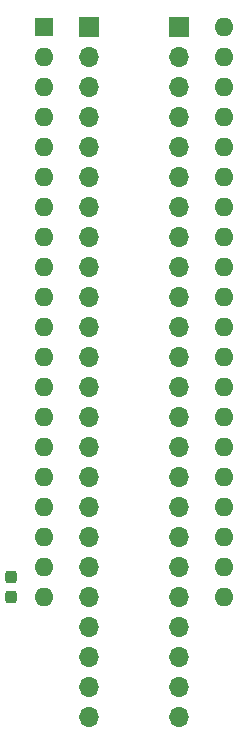
<source format=gbr>
G04 #@! TF.GenerationSoftware,KiCad,Pcbnew,8.0.4+dfsg-1*
G04 #@! TF.CreationDate,2025-02-22T20:19:49+09:00*
G04 #@! TF.ProjectId,bionic-tms9981-ldo,62696f6e-6963-42d7-946d-73393938312d,2*
G04 #@! TF.SameCoordinates,Original*
G04 #@! TF.FileFunction,Soldermask,Bot*
G04 #@! TF.FilePolarity,Negative*
%FSLAX46Y46*%
G04 Gerber Fmt 4.6, Leading zero omitted, Abs format (unit mm)*
G04 Created by KiCad (PCBNEW 8.0.4+dfsg-1) date 2025-02-22 20:19:49*
%MOMM*%
%LPD*%
G01*
G04 APERTURE LIST*
G04 Aperture macros list*
%AMRoundRect*
0 Rectangle with rounded corners*
0 $1 Rounding radius*
0 $2 $3 $4 $5 $6 $7 $8 $9 X,Y pos of 4 corners*
0 Add a 4 corners polygon primitive as box body*
4,1,4,$2,$3,$4,$5,$6,$7,$8,$9,$2,$3,0*
0 Add four circle primitives for the rounded corners*
1,1,$1+$1,$2,$3*
1,1,$1+$1,$4,$5*
1,1,$1+$1,$6,$7*
1,1,$1+$1,$8,$9*
0 Add four rect primitives between the rounded corners*
20,1,$1+$1,$2,$3,$4,$5,0*
20,1,$1+$1,$4,$5,$6,$7,0*
20,1,$1+$1,$6,$7,$8,$9,0*
20,1,$1+$1,$8,$9,$2,$3,0*%
G04 Aperture macros list end*
%ADD10R,1.600000X1.600000*%
%ADD11O,1.600000X1.600000*%
%ADD12O,1.700000X1.700000*%
%ADD13R,1.700000X1.700000*%
%ADD14RoundRect,0.237500X0.237500X-0.300000X0.237500X0.300000X-0.237500X0.300000X-0.237500X-0.300000X0*%
G04 APERTURE END LIST*
D10*
X106080000Y-75080000D03*
D11*
X106080000Y-77620000D03*
X106080000Y-80160000D03*
X106080000Y-82700000D03*
X106080000Y-85240000D03*
X106080000Y-87780000D03*
X106080000Y-90320000D03*
X106080000Y-92860000D03*
X106080000Y-95400000D03*
X106080000Y-97940000D03*
X106080000Y-100480000D03*
X106080000Y-103020000D03*
X106080000Y-105560000D03*
X106080000Y-108100000D03*
X106080000Y-110640000D03*
X106080000Y-113180000D03*
X106080000Y-115720000D03*
X106080000Y-118260000D03*
X106080000Y-120800000D03*
X106080000Y-123340000D03*
X121320000Y-123340000D03*
X121320000Y-120800000D03*
X121320000Y-118260000D03*
X121320000Y-115720000D03*
X121320000Y-113180000D03*
X121320000Y-110640000D03*
X121320000Y-108100000D03*
X121320000Y-105560000D03*
X121320000Y-103020000D03*
X121320000Y-100480000D03*
X121320000Y-97940000D03*
X121320000Y-95400000D03*
X121320000Y-92860000D03*
X121320000Y-90320000D03*
X121320000Y-87780000D03*
X121320000Y-85240000D03*
X121320000Y-82700000D03*
X121320000Y-80160000D03*
X121320000Y-77620000D03*
X121320000Y-75080000D03*
D12*
X117510000Y-133500000D03*
X117510000Y-130960000D03*
X117510000Y-128420000D03*
X117510000Y-125880000D03*
X117510000Y-123340000D03*
X117510000Y-120800000D03*
X117510000Y-118260000D03*
X117510000Y-115720000D03*
X117510000Y-113180000D03*
X117510000Y-110640000D03*
X117510000Y-108100000D03*
X117510000Y-105560000D03*
X117510000Y-103020000D03*
X117510000Y-100480000D03*
X117510000Y-97940000D03*
X117510000Y-95400000D03*
X117510000Y-92860000D03*
X117510000Y-90320000D03*
X117510000Y-87780000D03*
X117510000Y-85240000D03*
X117510000Y-82700000D03*
X117510000Y-80160000D03*
X117510000Y-77620000D03*
D13*
X117510000Y-75080000D03*
X109890000Y-75080000D03*
D12*
X109890000Y-77620000D03*
X109890000Y-80160000D03*
X109890000Y-82700000D03*
X109890000Y-85240000D03*
X109890000Y-87780000D03*
X109890000Y-90320000D03*
X109890000Y-92860000D03*
X109890000Y-95400000D03*
X109890000Y-97940000D03*
X109890000Y-100480000D03*
X109890000Y-103020000D03*
X109890000Y-105560000D03*
X109890000Y-108100000D03*
X109890000Y-110640000D03*
X109890000Y-113180000D03*
X109890000Y-115720000D03*
X109890000Y-118260000D03*
X109890000Y-120800000D03*
X109890000Y-123340000D03*
X109890000Y-125880000D03*
X109890000Y-128420000D03*
X109890000Y-130960000D03*
X109890000Y-133500000D03*
D14*
X103336800Y-123338900D03*
X103336800Y-121613900D03*
M02*

</source>
